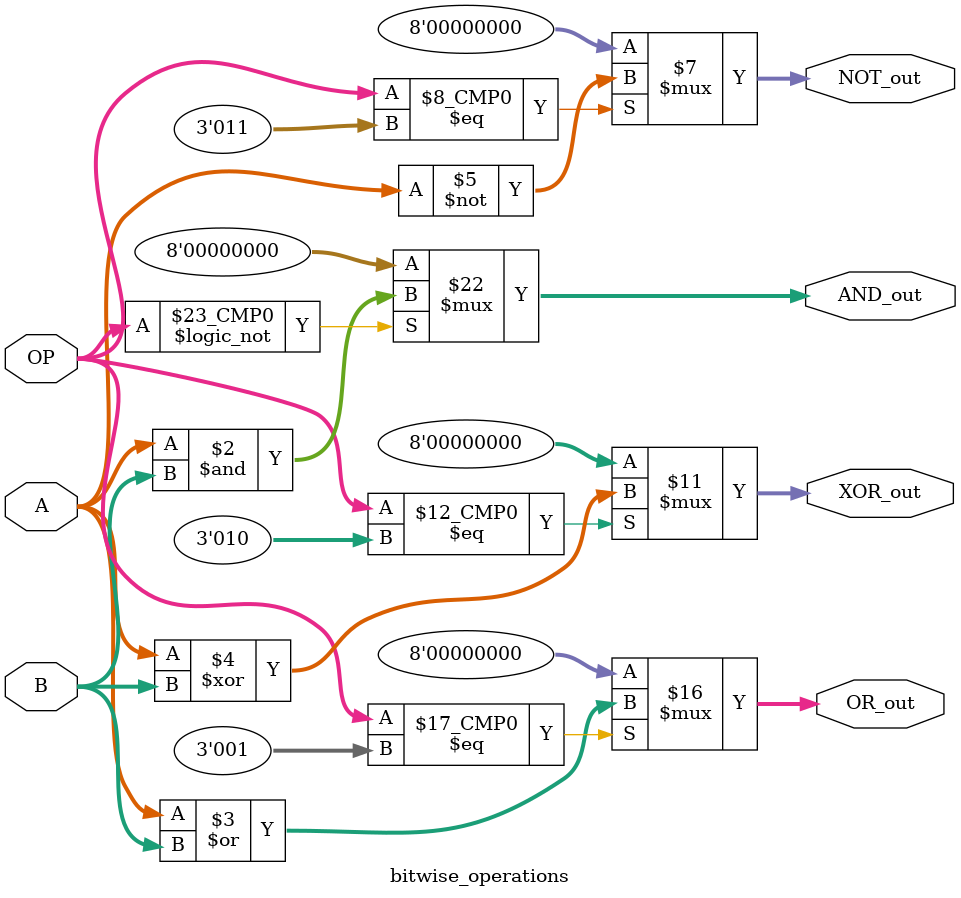
<source format=v>
module bitwise_operations(
    input [7:0] A,
    input [7:0] B,
    input [2:0] OP,
    output reg [7:0] AND_out,
    output reg [7:0] OR_out,
    output reg [7:0] XOR_out,
    output reg [7:0] NOT_out
);

always @(*) begin
    case (OP)
        3'b000: begin // AND
            AND_out = A & B;
            OR_out = 8'b0;
            XOR_out = 8'b0;
            NOT_out = 8'b0;
        end
        3'b001: begin // OR
            AND_out = 8'b0;
            OR_out = A | B;
            XOR_out = 8'b0;
            NOT_out = 8'b0;
        end
        3'b010: begin // XOR
            AND_out = 8'b0;
            OR_out = 8'b0;
            XOR_out = A ^ B;
            NOT_out = 8'b0;
        end
        3'b011: begin // NOT
            AND_out = 8'b0;
            OR_out = 8'b0;
            XOR_out = 8'b0;
            NOT_out = ~A;
        end
        default: begin // Invalid operation
            AND_out = 8'b0;
            OR_out = 8'b0;
            XOR_out = 8'b0;
            NOT_out = 8'b0;
        end
    endcase
end

endmodule
</source>
